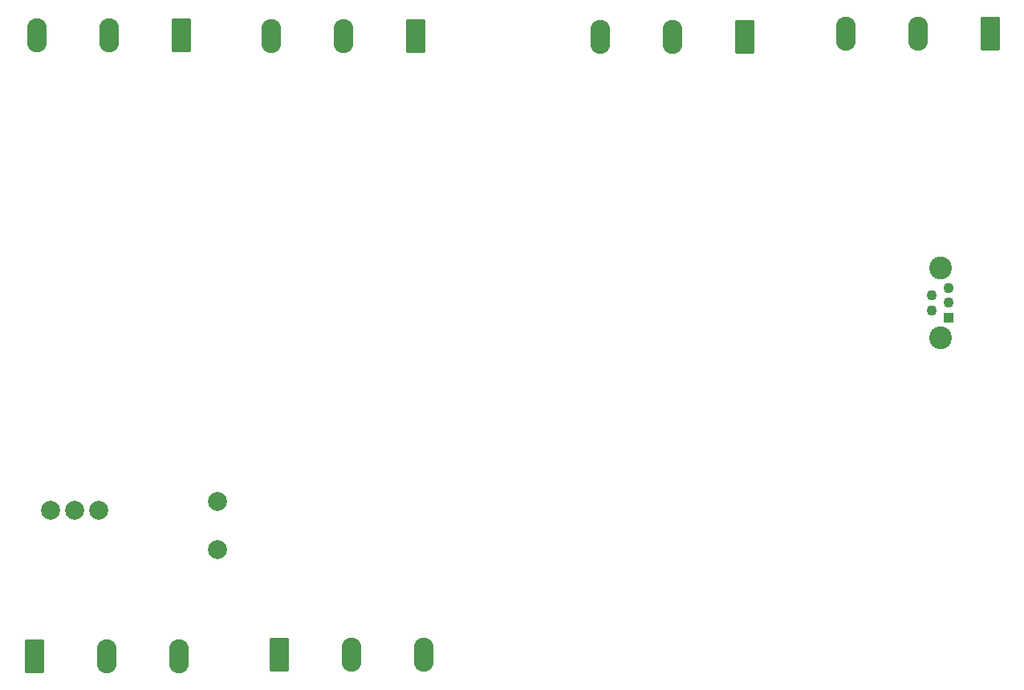
<source format=gbr>
%TF.GenerationSoftware,KiCad,Pcbnew,(5.99.0-12255-gad1ee958b0)*%
%TF.CreationDate,2022-02-21T16:33:45+02:00*%
%TF.ProjectId,esp32-ledstrip-driver,65737033-322d-46c6-9564-73747269702d,rev?*%
%TF.SameCoordinates,Original*%
%TF.FileFunction,Soldermask,Bot*%
%TF.FilePolarity,Negative*%
%FSLAX46Y46*%
G04 Gerber Fmt 4.6, Leading zero omitted, Abs format (unit mm)*
G04 Created by KiCad (PCBNEW (5.99.0-12255-gad1ee958b0)) date 2022-02-21 16:33:45*
%MOMM*%
%LPD*%
G01*
G04 APERTURE LIST*
G04 Aperture macros list*
%AMRoundRect*
0 Rectangle with rounded corners*
0 $1 Rounding radius*
0 $2 $3 $4 $5 $6 $7 $8 $9 X,Y pos of 4 corners*
0 Add a 4 corners polygon primitive as box body*
4,1,4,$2,$3,$4,$5,$6,$7,$8,$9,$2,$3,0*
0 Add four circle primitives for the rounded corners*
1,1,$1+$1,$2,$3*
1,1,$1+$1,$4,$5*
1,1,$1+$1,$6,$7*
1,1,$1+$1,$8,$9*
0 Add four rect primitives between the rounded corners*
20,1,$1+$1,$2,$3,$4,$5,0*
20,1,$1+$1,$4,$5,$6,$7,0*
20,1,$1+$1,$6,$7,$8,$9,0*
20,1,$1+$1,$8,$9,$2,$3,0*%
G04 Aperture macros list end*
%ADD10RoundRect,0.250001X0.799999X1.549999X-0.799999X1.549999X-0.799999X-1.549999X0.799999X-1.549999X0*%
%ADD11O,2.100000X3.600000*%
%ADD12RoundRect,0.250001X-0.799999X-1.549999X0.799999X-1.549999X0.799999X1.549999X-0.799999X1.549999X0*%
%ADD13R,1.100000X1.100000*%
%ADD14C,1.100000*%
%ADD15C,2.400000*%
%ADD16C,2.000000*%
G04 APERTURE END LIST*
D10*
%TO.C,P4*%
X144700000Y-61500000D03*
D11*
X137080000Y-61500000D03*
X129460000Y-61500000D03*
%TD*%
D10*
%TO.C,P3*%
X170620000Y-61177500D03*
D11*
X163000000Y-61177500D03*
X155380000Y-61177500D03*
%TD*%
D12*
%TO.C,P6*%
X95580000Y-126722500D03*
D11*
X103200000Y-126722500D03*
X110820000Y-126722500D03*
%TD*%
D13*
%TO.C,J1*%
X166225000Y-91200000D03*
D14*
X164475000Y-90400000D03*
X166225000Y-89600000D03*
X164475000Y-88800000D03*
X166225000Y-88000000D03*
D15*
X165350000Y-85950000D03*
X165350000Y-93250000D03*
%TD*%
D16*
%TO.C,F1*%
X89090000Y-115640000D03*
X89100000Y-110560000D03*
%TD*%
D10*
%TO.C,P2*%
X85320000Y-61377500D03*
D11*
X77700000Y-61377500D03*
X70080000Y-61377500D03*
%TD*%
D10*
%TO.C,P5*%
X110020000Y-61477500D03*
D11*
X102400000Y-61477500D03*
X94780000Y-61477500D03*
%TD*%
D16*
%TO.C,U2*%
X76540000Y-111525000D03*
X74000000Y-111525000D03*
X71460000Y-111525000D03*
%TD*%
D12*
%TO.C,P1*%
X69780000Y-126922500D03*
D11*
X77400000Y-126922500D03*
X85020000Y-126922500D03*
%TD*%
M02*

</source>
